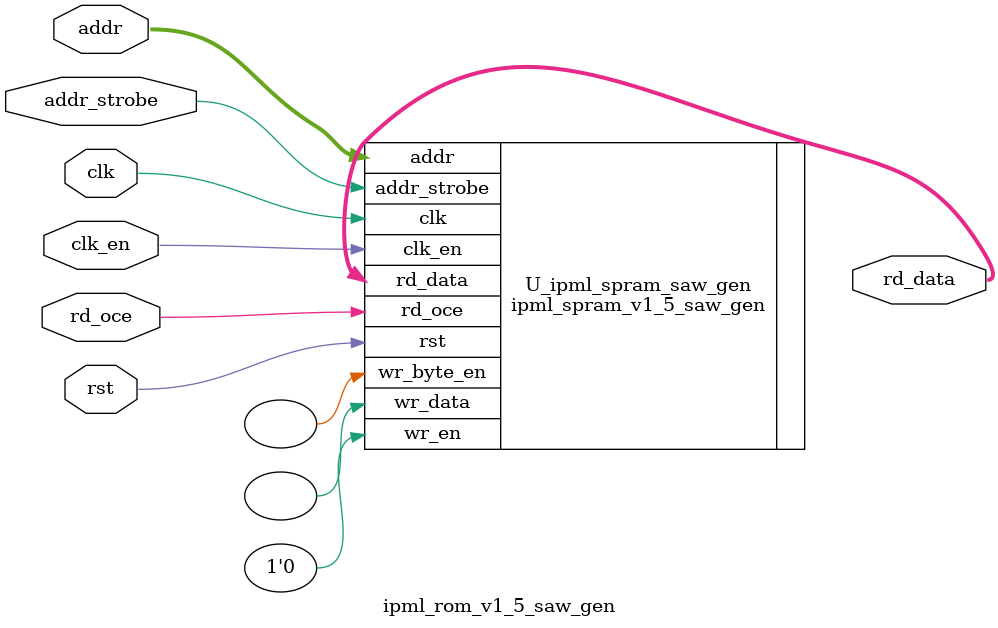
<source format=v>




module ipml_rom_v1_5_saw_gen
 #(
    parameter  c_SIM_DEVICE     = "LOGOS"      ,
    parameter  c_ADDR_WIDTH     = 10           ,           //write address width  legal value:1~20 
    parameter  c_DATA_WIDTH     = 32           ,           //write data width     legal value:8~1152
    parameter  c_OUTPUT_REG     = 0            ,           //output register      legal value:1~20
    parameter  c_RD_OCE_EN      = 0            ,
    parameter  c_CLK_EN         = 0            ,
    parameter  c_ADDR_STROBE_EN = 0            ,
    parameter  c_RESET_TYPE     = "ASYNC_RESET",           //ASYNC_RESET_SYNC_RELEASE SYNC_RESET legal valve "ASYNC_RESET_SYNC_RELEASE" "SYNC_RESET" "ASYNC_RESET"
    parameter  c_POWER_OPT      = 0            ,           //0 :normal mode  1:low power mode legal value:0 or 1
    parameter  c_CLK_OR_POL_INV = 0            ,           //clk polarity invert for output register   legal value 1 or 0           
    parameter  c_INIT_FILE      = "NONE"       ,           //legal value:"NONE" or "initial file name"
    parameter  c_INIT_FORMAT    = "BIN"                   //initial data format   legal valve: "bin" or "hex"
    
 )
  (
   
    input  wire [c_ADDR_WIDTH-1 : 0]  addr        ,
    output wire [c_DATA_WIDTH-1 : 0]  rd_data     ,
    input  wire                       clk         ,
    input  wire                       clk_en      ,
    input  wire                       addr_strobe ,
    input  wire                       rst         ,
    input  wire                       rd_oce       
  );

//**********************************************************************************************************************************************   
    
//main code
//*************************************************************************************************************************************
//inner variables

ipml_spram_v1_5_saw_gen
 #(
    .c_SIM_DEVICE     (c_SIM_DEVICE),
    .c_ADDR_WIDTH     (c_ADDR_WIDTH),           //write address width  legal value:1~20                              
    .c_DATA_WIDTH     (c_DATA_WIDTH),           //write data width     legal value:8~1152                            
    .c_OUTPUT_REG     (c_OUTPUT_REG),           //output register      legal value:1~20                              
    .c_RD_OCE_EN      (c_RD_OCE_EN),
    .c_ADDR_STROBE_EN (c_ADDR_STROBE_EN),
    .c_CLK_EN         (c_CLK_EN),
    .c_RESET_TYPE     (c_RESET_TYPE),           //legal valve "ASYNC_RESET_SYNC_RELEASE" "SYNC_RESET" "ASYNC_RESET"  
    .c_POWER_OPT      (c_POWER_OPT),            //0 :normal mode  1:low power mode legal value:0 or 1                 
    .c_CLK_OR_POL_INV (c_CLK_OR_POL_INV),       //clk polarity invert for output register legal value 1 or 0         
    .c_INIT_FILE      (c_INIT_FILE),            //legal value:"NONE" or "initial file name"                          
    .c_INIT_FORMAT    (c_INIT_FORMAT),          //initial data format   legal valve: "bin" or "hex"                  
    .c_WR_BYTE_EN     (0),                      //byte write enable    legal value: 0 or 1                            
    .c_BE_WIDTH       (1),                      //byte width legal value: 1~128
    .c_RAM_MODE       ("ROM"),
    .c_WRITE_MODE     ("NORMAL_WRITE")          //global reset enable  legal value 0 or 1                            
 )  U_ipml_spram_saw_gen                       //"NORMAL_WRITE"; // TRANSPARENT_WRITE READ_BEFORE_WRITE             
  (
   
    .addr        (addr),
    .wr_data     (),
    .rd_data     (rd_data),
    .wr_en       (1'b0),
    .clk         (clk),
    .clk_en      (clk_en),
    .addr_strobe (addr_strobe),
    .rst         (rst),
    .wr_byte_en  (),
    .rd_oce      (rd_oce) 
  );
 

endmodule


</source>
